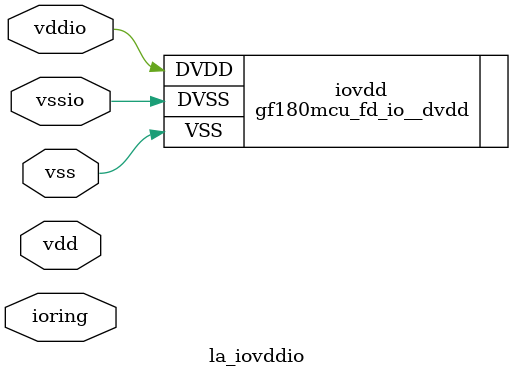
<source format=v>

module la_iovddio
  #(
    parameter TYPE = "DEFAULT" // cell type
    )
   (
    inout 	vdd, // core supply
    inout 	vss, // core ground
    inout 	vddio, // io supply
    inout 	vssio, // io ground
    inout [7:0] ioring // generic io-ring interface
    );

   gf180mcu_fd_io__dvdd
     iovdd (.DVDD(vddio),
	    .DVSS(vssio),
	    .VSS(vss));

endmodule

</source>
